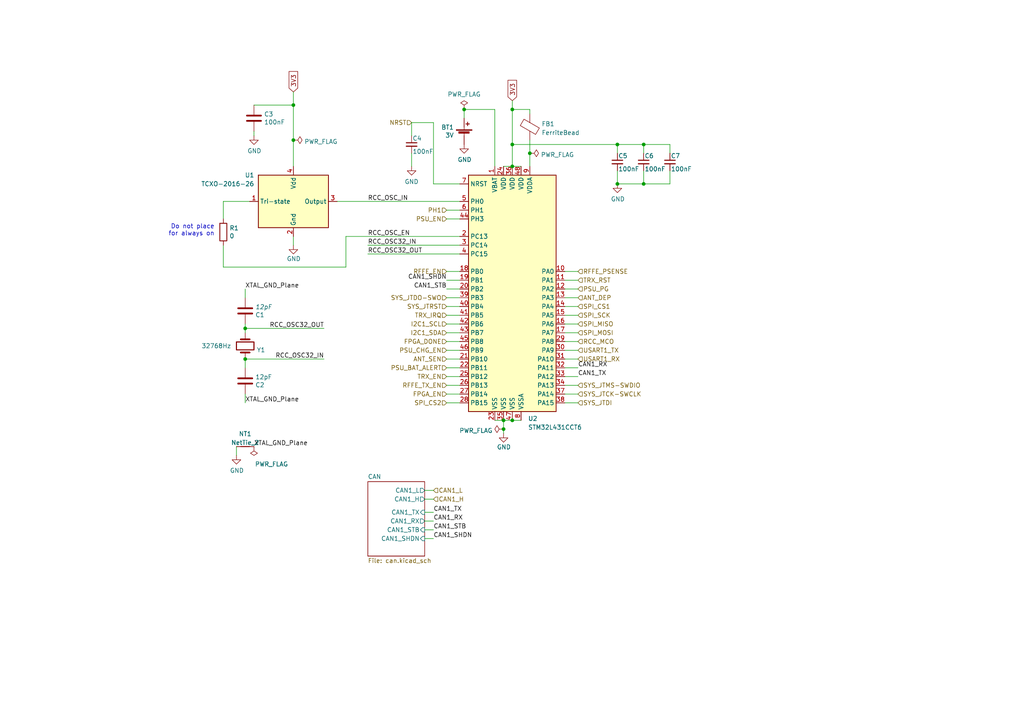
<source format=kicad_sch>
(kicad_sch (version 20211123) (generator eeschema)
  (paper "A4")
  (title_block (title "SIDLOC - MCU") (date "2022-03-10") (company "Libre Space Foundation"))
  (lib_symbols
    (symbol "Device:Battery_Cell" (pin_numbers hide) (pin_names (offset 0) hide)
      (property "Reference" "BT" (at 2.54 2.54 0))
      (property "Value" "Battery_Cell" (at 2.54 0 0))
      (symbol "Battery_Cell_0_1"
        (rectangle (start -2.286 1.778) (end 2.286 1.524) (fill (type outline)))
        (rectangle (start -1.5748 1.1938) (end 1.4732 0.6858) (fill (type outline)))
        (polyline (pts (xy 0 0.762) (xy 0 0)))
        (polyline (pts (xy 0 1.778) (xy 0 2.54)))
        (polyline (pts (xy 0.508 3.429) (xy 1.524 3.429)) (stroke (width 0.254)))
        (polyline (pts (xy 1.016 3.937) (xy 1.016 2.921)) (stroke (width 0.254)))
      )
      (symbol "Battery_Cell_1_1"
        (pin passive line (at 0 5.08 270) (length 2.54) (name "+") (number "1"))
        (pin passive line (at 0 -2.54 90) (length 2.54) (name "-") (number "2"))
      )
    )
    (symbol "Device:C" (pin_numbers hide) (pin_names (offset 0.254))
      (property "Reference" "C" (at 0.635 2.54 0))
      (property "Value" "C" (at 0.635 -2.54 0))
      (symbol "C_0_1"
        (polyline (pts (xy -2.032 -0.762) (xy 2.032 -0.762)) (stroke (width 0.508)))
        (polyline (pts (xy -2.032 0.762) (xy 2.032 0.762)) (stroke (width 0.508)))
      )
      (symbol "C_1_1"
        (pin passive line (at 0 3.81 270) (length 2.794) (name "~") (number "1"))
        (pin passive line (at 0 -3.81 90) (length 2.794) (name "~") (number "2"))
      )
    )
    (symbol "Device:C_Small" (pin_numbers hide) (pin_names (offset 0.254) hide)
      (property "Reference" "C" (at 0.254 1.778 0))
      (property "Value" "C_Small" (at 0.254 -2.032 0))
      (symbol "C_Small_0_1"
        (polyline (pts (xy -1.524 -0.508) (xy 1.524 -0.508)) (stroke (width 0.3302)))
        (polyline (pts (xy -1.524 0.508) (xy 1.524 0.508)) (stroke (width 0.3048)))
      )
      (symbol "C_Small_1_1"
        (pin passive line (at 0 2.54 270) (length 2.032) (name "~") (number "1"))
        (pin passive line (at 0 -2.54 90) (length 2.032) (name "~") (number "2"))
      )
    )
    (symbol "Device:Crystal" (pin_numbers hide) (pin_names (offset 1.016) hide)
      (property "Reference" "Y" (at 0 3.81 0))
      (property "Value" "Crystal" (at 0 -3.81 0))
      (symbol "Crystal_0_1"
        (rectangle (start -1.143 2.54) (end 1.143 -2.54) (stroke (width 0.3048)))
        (polyline (pts (xy -2.54 0) (xy -1.905 0)))
        (polyline (pts (xy -1.905 -1.27) (xy -1.905 1.27)) (stroke (width 0.508)))
        (polyline (pts (xy 1.905 -1.27) (xy 1.905 1.27)) (stroke (width 0.508)))
        (polyline (pts (xy 2.54 0) (xy 1.905 0)))
      )
      (symbol "Crystal_1_1"
        (pin passive line (at -3.81 0 0) (length 1.27) (name "1") (number "1"))
        (pin passive line (at 3.81 0 180) (length 1.27) (name "2") (number "2"))
      )
    )
    (symbol "Device:FerriteBead" (pin_numbers hide) (pin_names (offset 0))
      (property "Reference" "FB" (at -3.81 0.635 90))
      (property "Value" "FerriteBead" (at 3.81 0 90))
      (symbol "FerriteBead_0_1"
        (polyline (pts (xy 0 -1.27) (xy 0 -1.2192)))
        (polyline (pts (xy 0 1.27) (xy 0 1.2954)))
        (polyline (pts (xy -2.7686 0.4064) (xy -1.7018 2.2606) (xy 2.7686 -0.3048) (xy 1.6764 -2.159) (xy -2.7686 0.4064)))
      )
      (symbol "FerriteBead_1_1"
        (pin passive line (at 0 3.81 270) (length 2.54) (name "~") (number "1"))
        (pin passive line (at 0 -3.81 90) (length 2.54) (name "~") (number "2"))
      )
    )
    (symbol "Device:NetTie_2" (pin_numbers hide) (pin_names (offset 0) hide)
      (property "Reference" "NT" (at 0 1.27 0))
      (property "Value" "NetTie_2" (at 0 -1.27 0))
      (symbol "NetTie_2_0_1"
        (polyline (pts (xy -1.27 0) (xy 1.27 0)) (stroke (width 0.254)))
      )
      (symbol "NetTie_2_1_1"
        (pin passive line (at -2.54 0 0) (length 2.54) (name "1") (number "1"))
        (pin passive line (at 2.54 0 180) (length 2.54) (name "2") (number "2"))
      )
    )
    (symbol "Device:R" (pin_numbers hide) (pin_names (offset 0))
      (property "Reference" "R" (at 2.032 0 90))
      (property "Value" "R" (at 0 0 90))
      (symbol "R_0_1"
        (rectangle (start -1.016 -2.54) (end 1.016 2.54) (stroke (width 0.254)))
      )
      (symbol "R_1_1"
        (pin passive line (at 0 3.81 270) (length 1.27) (name "~") (number "1"))
        (pin passive line (at 0 -3.81 90) (length 1.27) (name "~") (number "2"))
      )
    )
    (symbol "MCU_ST_STM32L4:STM32L431CCTx"
      (property "Reference" "U" (at -12.7 34.29 0))
      (property "Value" "STM32L431CCTx" (at 7.62 34.29 0))
      (symbol "STM32L431CCTx_0_1"
        (rectangle (start -12.7 -35.56) (end 12.7 33.02) (stroke (width 0.254)) (fill (type background)))
      )
      (symbol "STM32L431CCTx_1_1"
        (pin power_in line (at -5.08 35.56 270) (length 2.54) (name "VBAT") (number "1"))
        (pin bidirectional line (at 15.24 5.08 180) (length 2.54) (name "PA0") (number "10"))
        (pin bidirectional line (at 15.24 2.54 180) (length 2.54) (name "PA1") (number "11"))
        (pin bidirectional line (at 15.24 0 180) (length 2.54) (name "PA2") (number "12"))
        (pin bidirectional line (at 15.24 -2.54 180) (length 2.54) (name "PA3") (number "13"))
        (pin bidirectional line (at 15.24 -5.08 180) (length 2.54) (name "PA4") (number "14"))
        (pin bidirectional line (at 15.24 -7.62 180) (length 2.54) (name "PA5") (number "15"))
        (pin bidirectional line (at 15.24 -10.16 180) (length 2.54) (name "PA6") (number "16"))
        (pin bidirectional line (at 15.24 -12.7 180) (length 2.54) (name "PA7") (number "17"))
        (pin bidirectional line (at -15.24 5.08 0) (length 2.54) (name "PB0") (number "18"))
        (pin bidirectional line (at -15.24 2.54 0) (length 2.54) (name "PB1") (number "19"))
        (pin bidirectional line (at -15.24 15.24 0) (length 2.54) (name "PC13") (number "2"))
        (pin bidirectional line (at -15.24 0 0) (length 2.54) (name "PB2") (number "20"))
        (pin bidirectional line (at -15.24 -20.32 0) (length 2.54) (name "PB10") (number "21"))
        (pin bidirectional line (at -15.24 -22.86 0) (length 2.54) (name "PB11") (number "22"))
        (pin power_in line (at -5.08 -38.1 90) (length 2.54) (name "VSS") (number "23"))
        (pin power_in line (at -2.54 35.56 270) (length 2.54) (name "VDD") (number "24"))
        (pin bidirectional line (at -15.24 -25.4 0) (length 2.54) (name "PB12") (number "25"))
        (pin bidirectional line (at -15.24 -27.94 0) (length 2.54) (name "PB13") (number "26"))
        (pin bidirectional line (at -15.24 -30.48 0) (length 2.54) (name "PB14") (number "27"))
        (pin bidirectional line (at -15.24 -33.02 0) (length 2.54) (name "PB15") (number "28"))
        (pin bidirectional line (at 15.24 -15.24 180) (length 2.54) (name "PA8") (number "29"))
        (pin bidirectional line (at -15.24 12.7 0) (length 2.54) (name "PC14") (number "3"))
        (pin bidirectional line (at 15.24 -17.78 180) (length 2.54) (name "PA9") (number "30"))
        (pin bidirectional line (at 15.24 -20.32 180) (length 2.54) (name "PA10") (number "31"))
        (pin bidirectional line (at 15.24 -22.86 180) (length 2.54) (name "PA11") (number "32"))
        (pin bidirectional line (at 15.24 -25.4 180) (length 2.54) (name "PA12") (number "33"))
        (pin bidirectional line (at 15.24 -27.94 180) (length 2.54) (name "PA13") (number "34"))
        (pin power_in line (at -2.54 -38.1 90) (length 2.54) (name "VSS") (number "35"))
        (pin power_in line (at 0 35.56 270) (length 2.54) (name "VDD") (number "36"))
        (pin bidirectional line (at 15.24 -30.48 180) (length 2.54) (name "PA14") (number "37"))
        (pin bidirectional line (at 15.24 -33.02 180) (length 2.54) (name "PA15") (number "38"))
        (pin bidirectional line (at -15.24 -2.54 0) (length 2.54) (name "PB3") (number "39"))
        (pin bidirectional line (at -15.24 10.16 0) (length 2.54) (name "PC15") (number "4"))
        (pin bidirectional line (at -15.24 -5.08 0) (length 2.54) (name "PB4") (number "40"))
        (pin bidirectional line (at -15.24 -7.62 0) (length 2.54) (name "PB5") (number "41"))
        (pin bidirectional line (at -15.24 -10.16 0) (length 2.54) (name "PB6") (number "42"))
        (pin bidirectional line (at -15.24 -12.7 0) (length 2.54) (name "PB7") (number "43"))
        (pin bidirectional line (at -15.24 20.32 0) (length 2.54) (name "PH3") (number "44"))
        (pin bidirectional line (at -15.24 -15.24 0) (length 2.54) (name "PB8") (number "45"))
        (pin bidirectional line (at -15.24 -17.78 0) (length 2.54) (name "PB9") (number "46"))
        (pin power_in line (at 0 -38.1 90) (length 2.54) (name "VSS") (number "47"))
        (pin power_in line (at 2.54 35.56 270) (length 2.54) (name "VDD") (number "48"))
        (pin input line (at -15.24 25.4 0) (length 2.54) (name "PH0") (number "5"))
        (pin input line (at -15.24 22.86 0) (length 2.54) (name "PH1") (number "6"))
        (pin input line (at -15.24 30.48 0) (length 2.54) (name "NRST") (number "7"))
        (pin power_in line (at 2.54 -38.1 90) (length 2.54) (name "VSSA") (number "8"))
        (pin power_in line (at 5.08 35.56 270) (length 2.54) (name "VDDA") (number "9"))
      )
    )
    (symbol "lsf-kicad:ECS-TXO-2520"
      (property "Reference" "U" (at 10.16 10.16 0))
      (property "Value" "ECS-TXO-2520" (at -10.16 10.16 0))
      (symbol "ECS-TXO-2520_0_0"
        (text "" (at 19.05 -2.54 0) (effects (font (size 1.27 1.27))))
        (text "" (at 21.59 -6.35 0) (effects (font (size 1.27 1.27))))
      )
      (symbol "ECS-TXO-2520_0_1"
        (rectangle (start -10.16 7.62) (end 10.16 -7.62) (stroke (width 0.254)) (fill (type background)))
      )
      (symbol "ECS-TXO-2520_1_1"
        (pin input line (at -12.7 0 0) (length 2.54) (name "Tri-state") (number "1"))
        (pin power_in line (at 0 -10.16 90) (length 2.54) (name "Gnd") (number "2"))
        (pin output line (at 12.7 0 180) (length 2.54) (name "Output") (number "3"))
        (pin power_in line (at 0 10.16 270) (length 2.54) (name "Vdd") (number "4"))
      )
    )
    (symbol "power:GND" (power) (pin_names (offset 0))
      (property "Value" "GND" (at 0 -3.81 0))
      (symbol "GND_0_1"
        (polyline (pts (xy 0 0) (xy 0 -1.27) (xy 1.27 -1.27) (xy 0 -2.54) (xy -1.27 -1.27) (xy 0 -1.27)))
      )
      (symbol "GND_1_1"
        (pin power_in line (at 0 0 270) (length 0) hide (name "GND") (number "1"))
      )
    )
    (symbol "power:PWR_FLAG" (power) (pin_numbers hide) (pin_names (offset 0) hide)
      (property "Value" "PWR_FLAG" (at 0 3.81 0))
      (symbol "PWR_FLAG_0_0"
        (pin power_out line (at 0 0 90) (length 0) (name "pwr") (number "1"))
      )
      (symbol "PWR_FLAG_0_1"
        (polyline (pts (xy 0 0) (xy 0 1.27) (xy -1.016 1.905) (xy 0 2.54) (xy 1.016 1.905) (xy 0 1.27)))
      )
    )
  )
  (junction (at 71.12 95.25))
  (junction (at 153.67 44.45))
  (junction (at 85.09 40.64))
  (junction (at 179.07 53.34))
  (junction (at 179.07 41.91))
  (junction (at 134.62 31.75))
  (junction (at 148.59 48.26))
  (junction (at 146.05 121.92))
  (junction (at 186.69 53.34))
  (junction (at 85.09 30.48))
  (junction (at 146.05 124.46))
  (junction (at 71.12 104.14))
  (junction (at 186.69 41.91))
  (junction (at 148.59 121.92))
  (junction (at 148.59 31.75))
  (junction (at 148.59 41.91))
  (wire (pts (xy 133.35 111.76) (xy 129.54 111.76)))
  (wire (pts (xy 71.12 95.25) (xy 71.12 96.52)))
  (wire (pts (xy 133.35 104.14) (xy 129.54 104.14)))
  (wire (pts (xy 133.35 109.22) (xy 129.54 109.22)))
  (wire (pts (xy 148.59 41.91) (xy 148.59 48.26)))
  (wire (pts (xy 146.05 124.46) (xy 146.05 125.73)))
  (wire (pts (xy 119.38 44.45) (xy 119.38 48.26)))
  (wire (pts (xy 129.54 114.3) (xy 133.35 114.3)))
  (wire (pts (xy 129.54 93.98) (xy 133.35 93.98)))
  (wire (pts (xy 153.67 33.02) (xy 153.67 31.75)))
  (wire (pts (xy 134.62 31.75) (xy 134.62 34.29)))
  (wire (pts (xy 125.73 35.56) (xy 125.73 53.34)))
  (wire (pts (xy 186.69 53.34) (xy 194.31 53.34)))
  (wire (pts (xy 143.51 31.75) (xy 134.62 31.75)))
  (wire (pts (xy 85.09 26.67) (xy 85.09 30.48)))
  (wire (pts (xy 186.69 41.91) (xy 186.69 44.45)))
  (wire (pts (xy 153.67 44.45) (xy 153.67 48.26)))
  (wire (pts (xy 153.67 40.64) (xy 153.67 44.45)))
  (wire (pts (xy 100.33 77.47) (xy 100.33 68.58)))
  (wire (pts (xy 163.83 78.74) (xy 167.64 78.74)))
  (wire (pts (xy 123.19 156.21) (xy 125.73 156.21)))
  (wire (pts (xy 123.19 153.67) (xy 125.73 153.67)))
  (wire (pts (xy 64.77 63.5) (xy 64.77 58.42)))
  (wire (pts (xy 163.83 109.22) (xy 167.64 109.22)))
  (wire (pts (xy 85.09 68.58) (xy 85.09 71.12)))
  (wire (pts (xy 163.83 104.14) (xy 167.64 104.14)))
  (wire (pts (xy 129.54 63.5) (xy 133.35 63.5)))
  (wire (pts (xy 163.83 99.06) (xy 167.64 99.06)))
  (wire (pts (xy 179.07 41.91) (xy 186.69 41.91)))
  (wire (pts (xy 133.35 78.74) (xy 129.54 78.74)))
  (wire (pts (xy 68.58 132.08) (xy 68.58 129.54)))
  (wire (pts (xy 186.69 49.53) (xy 186.69 53.34)))
  (wire (pts (xy 71.12 86.36) (xy 71.12 83.82)))
  (wire (pts (xy 125.73 35.56) (xy 119.38 35.56)))
  (wire (pts (xy 106.68 73.66) (xy 133.35 73.66)))
  (wire (pts (xy 163.83 96.52) (xy 167.64 96.52)))
  (wire (pts (xy 106.68 71.12) (xy 133.35 71.12)))
  (wire (pts (xy 194.31 44.45) (xy 194.31 41.91)))
  (wire (pts (xy 85.09 30.48) (xy 85.09 40.64)))
  (wire (pts (xy 97.79 58.42) (xy 133.35 58.42)))
  (wire (pts (xy 71.12 116.84) (xy 71.12 114.3)))
  (wire (pts (xy 64.77 58.42) (xy 72.39 58.42)))
  (wire (pts (xy 163.83 81.28) (xy 167.64 81.28)))
  (wire (pts (xy 73.66 39.37) (xy 73.66 38.1)))
  (wire (pts (xy 163.83 93.98) (xy 167.64 93.98)))
  (wire (pts (xy 133.35 106.68) (xy 129.54 106.68)))
  (wire (pts (xy 146.05 48.26) (xy 148.59 48.26)))
  (wire (pts (xy 71.12 106.68) (xy 71.12 104.14)))
  (wire (pts (xy 163.83 88.9) (xy 167.64 88.9)))
  (wire (pts (xy 163.83 83.82) (xy 167.64 83.82)))
  (wire (pts (xy 163.83 116.84) (xy 167.64 116.84)))
  (wire (pts (xy 71.12 93.98) (xy 71.12 95.25)))
  (wire (pts (xy 179.07 53.34) (xy 186.69 53.34)))
  (wire (pts (xy 129.54 116.84) (xy 133.35 116.84)))
  (wire (pts (xy 163.83 106.68) (xy 167.64 106.68)))
  (wire (pts (xy 153.67 31.75) (xy 148.59 31.75)))
  (wire (pts (xy 71.12 104.14) (xy 93.98 104.14)))
  (wire (pts (xy 163.83 101.6) (xy 167.64 101.6)))
  (wire (pts (xy 85.09 40.64) (xy 85.09 48.26)))
  (wire (pts (xy 163.83 114.3) (xy 167.64 114.3)))
  (wire (pts (xy 133.35 81.28) (xy 129.54 81.28)))
  (wire (pts (xy 133.35 68.58) (xy 100.33 68.58)))
  (wire (pts (xy 146.05 121.92) (xy 146.05 124.46)))
  (wire (pts (xy 133.35 91.44) (xy 129.54 91.44)))
  (wire (pts (xy 123.19 148.59) (xy 125.73 148.59)))
  (wire (pts (xy 133.35 53.34) (xy 125.73 53.34)))
  (wire (pts (xy 123.19 144.78) (xy 125.73 144.78)))
  (wire (pts (xy 148.59 29.21) (xy 148.59 31.75)))
  (wire (pts (xy 146.05 121.92) (xy 148.59 121.92)))
  (wire (pts (xy 148.59 48.26) (xy 151.13 48.26)))
  (wire (pts (xy 143.51 121.92) (xy 146.05 121.92)))
  (wire (pts (xy 64.77 77.47) (xy 100.33 77.47)))
  (wire (pts (xy 163.83 91.44) (xy 167.64 91.44)))
  (wire (pts (xy 148.59 41.91) (xy 179.07 41.91)))
  (wire (pts (xy 119.38 35.56) (xy 119.38 39.37)))
  (wire (pts (xy 123.19 151.13) (xy 125.73 151.13)))
  (wire (pts (xy 163.83 86.36) (xy 167.64 86.36)))
  (wire (pts (xy 186.69 41.91) (xy 194.31 41.91)))
  (wire (pts (xy 133.35 88.9) (xy 129.54 88.9)))
  (wire (pts (xy 179.07 49.53) (xy 179.07 53.34)))
  (wire (pts (xy 73.66 30.48) (xy 85.09 30.48)))
  (wire (pts (xy 194.31 53.34) (xy 194.31 49.53)))
  (wire (pts (xy 133.35 86.36) (xy 129.54 86.36)))
  (wire (pts (xy 133.35 99.06) (xy 129.54 99.06)))
  (wire (pts (xy 133.35 101.6) (xy 129.54 101.6)))
  (wire (pts (xy 163.83 111.76) (xy 167.64 111.76)))
  (wire (pts (xy 71.12 95.25) (xy 93.98 95.25)))
  (wire (pts (xy 129.54 96.52) (xy 133.35 96.52)))
  (wire (pts (xy 133.35 60.96) (xy 129.54 60.96)))
  (wire (pts (xy 133.35 83.82) (xy 129.54 83.82)))
  (wire (pts (xy 179.07 41.91) (xy 179.07 44.45)))
  (wire (pts (xy 123.19 142.24) (xy 125.73 142.24)))
  (wire (pts (xy 148.59 31.75) (xy 148.59 41.91)))
  (wire (pts (xy 143.51 48.26) (xy 143.51 31.75)))
  (wire (pts (xy 148.59 121.92) (xy 151.13 121.92)))
  (wire (pts (xy 64.77 77.47) (xy 64.77 71.12)))
  (text "Do not place\nfor always on" (at 62.23 68.58 180) (effects (font (size 1.27 1.27)) (justify right bottom)))
  (label "XTAL_GND_Plane" (at 73.66 129.54 0))
  (label "CAN1_TX" (at 167.64 109.22 0))
  (label "RCC_OSC_EN" (at 106.68 68.58 0))
  (label "CAN1_STB" (at 129.54 83.82 180))
  (label "CAN1_SHDN" (at 129.54 81.28 180))
  (label "CAN1_SHDN" (at 125.73 156.21 0))
  (label "XTAL_GND_Plane" (at 71.12 83.82 0))
  (label "RCC_OSC32_IN" (at 106.68 71.12 0))
  (label "CAN1_RX" (at 167.64 106.68 0))
  (label "CAN1_TX" (at 125.73 148.59 0))
  (label "RCC_OSC32_IN" (at 93.98 104.14 180))
  (label "RCC_OSC32_OUT" (at 106.68 73.66 0))
  (label "XTAL_GND_Plane" (at 71.12 116.84 0))
  (label "CAN1_STB" (at 125.73 153.67 0))
  (label "RCC_OSC32_OUT" (at 93.98 95.25 180))
  (label "RCC_OSC_IN" (at 106.68 58.42 0))
  (label "CAN1_RX" (at 125.73 151.13 0))
  (global_label "3V3" (shape input) (at 148.59 29.21 90) (property "Intersheet References" "${INTERSHEET_REFS}" (effects hide)))
  (global_label "3V3" (shape input) (at 85.09 26.67 90) (property "Intersheet References" "${INTERSHEET_REFS}" (effects hide)))
  (hierarchical_label "RCC_MCO" (shape input) (at 167.64 99.06 0))
  (hierarchical_label "PSU_PG" (shape input) (at 167.64 83.82 0))
  (hierarchical_label "PSU_CHG_EN" (shape input) (at 129.54 101.6 180))
  (hierarchical_label "FPGA_DONE" (shape input) (at 129.54 99.06 180))
  (hierarchical_label "SPI_MISO" (shape input) (at 167.64 93.98 0))
  (hierarchical_label "SYS_JTMS-SWDIO" (shape input) (at 167.64 111.76 0))
  (hierarchical_label "TRX_EN" (shape input) (at 129.54 109.22 180))
  (hierarchical_label "ANT_DEP" (shape input) (at 167.64 86.36 0))
  (hierarchical_label "RFFE_EN" (shape input) (at 129.54 78.74 180))
  (hierarchical_label "SPI_SCK" (shape input) (at 167.64 91.44 0))
  (hierarchical_label "PSU_BAT_ALERT" (shape input) (at 129.54 106.68 180))
  (hierarchical_label "SYS_JTCK-SWCLK" (shape input) (at 167.64 114.3 0))
  (hierarchical_label "SPI_CS1" (shape input) (at 167.64 88.9 0))
  (hierarchical_label "I2C1_SCL" (shape input) (at 129.54 93.98 180))
  (hierarchical_label "SYS_JTRST" (shape input) (at 129.54 88.9 180))
  (hierarchical_label "CAN1_H" (shape input) (at 125.73 144.78 0))
  (hierarchical_label "SYS_JTDI" (shape input) (at 167.64 116.84 0))
  (hierarchical_label "I2C1_SDA" (shape input) (at 129.54 96.52 180))
  (hierarchical_label "SYS_JTDO-SWO" (shape input) (at 129.54 86.36 180))
  (hierarchical_label "RFFE_TX_EN" (shape input) (at 129.54 111.76 180))
  (hierarchical_label "SPI_MOSI" (shape input) (at 167.64 96.52 0))
  (hierarchical_label "PSU_EN" (shape input) (at 129.54 63.5 180))
  (hierarchical_label "USART1_RX" (shape input) (at 167.64 104.14 0))
  (hierarchical_label "CAN1_L" (shape input) (at 125.73 142.24 0))
  (hierarchical_label "PH1" (shape input) (at 129.54 60.96 180))
  (hierarchical_label "SPI_CS2" (shape input) (at 129.54 116.84 180))
  (hierarchical_label "RFFE_PSENSE" (shape input) (at 167.64 78.74 0))
  (hierarchical_label "TRX_IRQ" (shape input) (at 129.54 91.44 180))
  (hierarchical_label "ANT_SEN" (shape input) (at 129.54 104.14 180))
  (hierarchical_label "FPGA_EN" (shape input) (at 129.54 114.3 180))
  (hierarchical_label "NRST" (shape input) (at 119.38 35.56 180))
  (hierarchical_label "USART1_TX" (shape input) (at 167.64 101.6 0))
  (hierarchical_label "TRX_RST" (shape input) (at 167.64 81.28 0))
  (symbol (lib_id "power:GND") (at 73.66 39.37 0) (unit 1)
    (property "Reference" "#PWR0111" (effects hide))
    (property "Value" "GND" (at 73.787 43.7642 0))
  )
  (symbol (lib_id "Device:C_Small") (at 119.38 41.91 0) (unit 1)
    (property "Reference" "C4" (at 119.634 40.132 0) (effects (justify left)))
    (property "Value" "100nF" (at 119.634 43.942 0) (effects (justify left)))
    (property "Footprint" "Capacitor_SMD:C_0603_1608Metric_Pad1.05x0.95mm_HandSolder" (effects hide))
    (property "Part Number" "C0603C104K9RACTU" (effects hide))
  )
  (symbol (lib_id "power:GND") (at 146.05 125.73 0) (unit 1)
    (property "Reference" "#PWR0112" (effects hide))
    (property "Value" "GND" (at 146.1516 129.667 0))
  )
  (symbol (lib_id "Device:C_Small") (at 186.69 46.99 0) (unit 1)
    (property "Reference" "C6" (at 186.944 45.212 0) (effects (justify left)))
    (property "Value" "100nF" (at 186.944 49.022 0) (effects (justify left)))
    (property "Footprint" "Capacitor_SMD:C_0603_1608Metric_Pad1.05x0.95mm_HandSolder" (effects hide))
    (property "Part Number" "C0603C104K9RACTU" (effects hide))
  )
  (symbol (lib_id "power:GND") (at 85.09 71.12 0) (unit 1)
    (property "Reference" "#PWR0113" (effects hide))
    (property "Value" "GND" (at 85.1916 75.057 0))
  )
  (symbol (lib_id "power:GND") (at 68.58 132.08 0) (unit 1)
    (property "Reference" "#PWR0114" (effects hide))
    (property "Value" "GND" (at 68.707 136.4742 0))
  )
  (symbol (lib_id "Device:C_Small") (at 179.07 46.99 0) (unit 1)
    (property "Reference" "C5" (at 179.324 45.212 0) (effects (justify left)))
    (property "Value" "100nF" (at 179.324 49.022 0) (effects (justify left)))
    (property "Footprint" "Capacitor_SMD:C_0603_1608Metric_Pad1.05x0.95mm_HandSolder" (effects hide))
    (property "Part Number" "C0603C104K9RACTU" (effects hide))
  )
  (symbol (lib_id "MCU_ST_STM32L4:STM32L431CCTx") (at 148.59 83.82 0) (unit 1)
    (property "Reference" "U2" (at 153.1494 121.4104 0) (effects (justify left)))
    (property "Value" "STM32L431CCT6" (at 153.1494 123.9473 0) (effects (justify left)))
    (property "Footprint" "Package_QFP:LQFP-48_7x7mm_P0.5mm" (effects hide))
    (property "Datasheet" "http://www.st.com/st-web-ui/static/active/en/resource/technical/document/datasheet/DM00257211.pdf" (effects hide))
  )
  (symbol (lib_id "Device:C_Small") (at 194.31 46.99 0) (unit 1)
    (property "Reference" "C7" (at 194.564 45.212 0) (effects (justify left)))
    (property "Value" "100nF" (at 194.564 49.022 0) (effects (justify left)))
    (property "Footprint" "Capacitor_SMD:C_0603_1608Metric_Pad1.05x0.95mm_HandSolder" (effects hide))
    (property "Part Number" "C0603C104K9RACTU" (effects hide))
  )
  (symbol (lib_id "Device:R") (at 64.77 67.31 0) (unit 1)
    (property "Reference" "R1" (at 66.548 66.1416 0) (effects (justify left)))
    (property "Value" "0" (at 66.548 68.453 0) (effects (justify left)))
    (property "Footprint" "Resistor_SMD:R_0402_1005Metric" (effects hide))
    (property "PartNumber" "CRCW04020000Z0EDC" (effects hide))
  )
  (symbol (lib_id "power:GND") (at 119.38 48.26 0) (unit 1)
    (property "Reference" "#PWR0110" (effects hide))
    (property "Value" "GND" (at 119.38 52.7034 0))
  )
  (symbol (lib_id "Device:C") (at 71.12 110.49 0) (mirror x) (unit 1)
    (property "Reference" "C2" (at 74.041 111.6584 0) (effects (justify left)))
    (property "Value" "12pF" (at 74.041 109.347 0) (effects (justify left)))
    (property "Footprint" "Capacitor_SMD:C_0402_1005Metric" (effects hide))
    (property "PartNumber" "CBR04C120F3GAC" (effects hide))
  )
  (symbol (lib_id "power:PWR_FLAG") (at 73.66 129.54 180) (unit 1)
    (property "Reference" "#FLG01" (effects hide))
    (property "Value" "PWR_FLAG" (at 78.74 134.62 0))
  )
  (symbol (lib_id "Device:FerriteBead") (at 153.67 36.83 0) (unit 1)
    (property "Reference" "FB1" (at 157.0736 35.9445 0) (effects (justify left)))
    (property "Value" "FerriteBead" (at 157.0736 38.4814 0) (effects (justify left)))
  )
  (symbol (lib_id "power:GND") (at 179.07 53.34 0) (unit 1)
    (property "Reference" "#PWR0108" (effects hide))
    (property "Value" "GND" (at 179.197 57.7342 0))
  )
  (symbol (lib_id "power:PWR_FLAG") (at 153.67 44.45 270) (unit 1)
    (property "Reference" "#FLG05" (effects hide))
    (property "Value" "PWR_FLAG" (at 156.845 44.8838 90) (effects (justify left)))
  )
  (symbol (lib_id "power:PWR_FLAG") (at 85.09 40.64 270) (unit 1)
    (property "Reference" "#FLG02" (effects hide))
    (property "Value" "PWR_FLAG" (at 88.265 41.0738 90) (effects (justify left)))
  )
  (symbol (lib_id "lsf-kicad:ECS-TXO-2520") (at 85.09 58.42 0) (unit 1)
    (property "Reference" "U1" (at 72.39 50.8 0))
    (property "Value" "TCXO-2016-26" (at 66.04 53.34 0))
    (property "Footprint" "lsf-kicad-lib:Oscillator_SMD_ECS_TXO-2016-xx-xxx-4Pin_2x1.6mm" (effects hide))
    (property "Datasheet" "https://www.mouser.com/datasheet/2/905/ndk_08142018_NT2016SA-26.000000MHZ-NBG2-1389008.pdf" (effects hide))
  )
  (symbol (lib_id "Device:C") (at 71.12 90.17 0) (mirror x) (unit 1)
    (property "Reference" "C1" (at 74.041 91.3384 0) (effects (justify left)))
    (property "Value" "12pF" (at 74.041 89.027 0) (effects (font italic) (justify left)))
    (property "Footprint" "Capacitor_SMD:C_0402_1005Metric" (effects hide))
    (property "PartNumber" "CBR04C120F3GAC" (effects hide))
  )
  (symbol (lib_id "power:PWR_FLAG") (at 146.05 124.46 90) (unit 1)
    (property "Reference" "#FLG04" (effects hide))
    (property "Value" "PWR_FLAG" (at 142.8751 124.8938 90) (effects (justify left)))
  )
  (symbol (lib_id "Device:NetTie_2") (at 71.12 129.54 0) (unit 1)
    (property "Reference" "NT1" (at 71.12 125.8402 0))
    (property "Value" "NetTie_2" (at 71.12 128.3771 0))
  )
  (symbol (lib_id "power:GND") (at 134.62 41.91 0) (unit 1)
    (property "Reference" "#PWR0109" (effects hide))
    (property "Value" "GND" (at 134.747 46.3042 0))
  )
  (symbol (lib_id "power:PWR_FLAG") (at 134.62 31.75 0) (unit 1)
    (property "Reference" "#FLG03" (effects hide))
    (property "Value" "PWR_FLAG" (at 134.62 27.3558 0))
  )
  (symbol (lib_id "Device:C") (at 73.66 34.29 0) (unit 1)
    (property "Reference" "C3" (at 76.581 33.1216 0) (effects (justify left)))
    (property "Value" "100nF" (at 76.581 35.433 0) (effects (justify left)))
    (property "Footprint" "Capacitor_SMD:C_0402_1005Metric" (effects hide))
    (property "PartNumber" "CC0402KRX7R7BB104" (effects hide))
  )
  (symbol (lib_id "Device:Battery_Cell") (at 134.62 39.37 0) (unit 1)
    (property "Reference" "BT1" (at 131.6482 36.9316 0) (effects (justify right)))
    (property "Value" "3V" (at 131.6482 39.243 0) (effects (justify right)))
    (property "Footprint" "Battery:BatteryHolder_Keystone_3000_1x12mm" (effects hide))
    (property "PartNumber" "3000" (effects hide))
  )
  (symbol (lib_id "Device:Crystal") (at 71.12 100.33 270) (mirror x) (unit 1)
    (property "Reference" "Y1" (at 74.4474 101.4984 90) (effects (justify left)))
    (property "Value" "32768Hz" (at 58.42 100.33 90) (effects (justify left)))
    (property "Footprint" "Crystal:Crystal_SMD_3215-2Pin_3.2x1.5mm" (effects hide))
    (property "PartNumber" "ABS07-32.768KHZ-7-T" (effects hide))
  )
  (sheet (at 106.68 139.7) (size 16.51 21.59) (stroke (width 0.1524))
    (property "Sheet name" "CAN" (at 106.68 138.9884 0) (effects (justify left bottom)))
    (property "Sheet file" "can.kicad_sch" (at 106.68 161.8746 0) (effects (justify left top)))
    (pin "CAN1_TX" input (at 123.19 148.59 0))
    (pin "CAN1_RX" output (at 123.19 151.13 0))
    (pin "CAN1_H" output (at 123.19 144.78 0))
    (pin "CAN1_L" output (at 123.19 142.24 0))
    (pin "CAN1_STB" input (at 123.19 153.67 0))
    (pin "CAN1_SHDN" input (at 123.19 156.21 0))
  )
)
</source>
